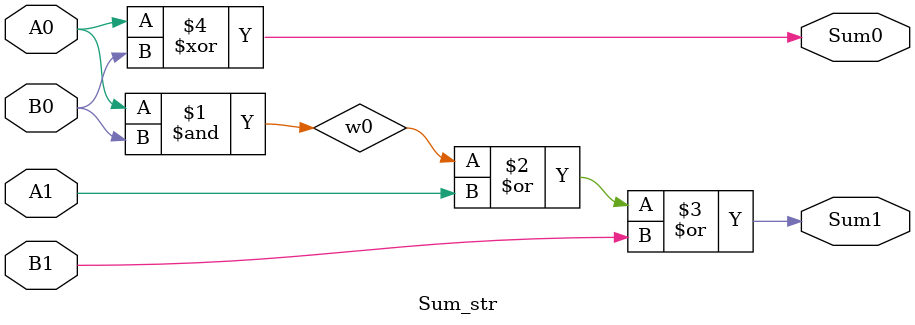
<source format=v>
module Sum_str(A1,A0,B1,B0,Sum1,Sum0);
	input A1,A0,B1,B0;
	output Sum1,Sum0;

	and U0(w0,A0,B0);
	or U1(Sum1,w0,A1,B1);

	xor U2(Sum0,A0,B0);
endmodule

</source>
